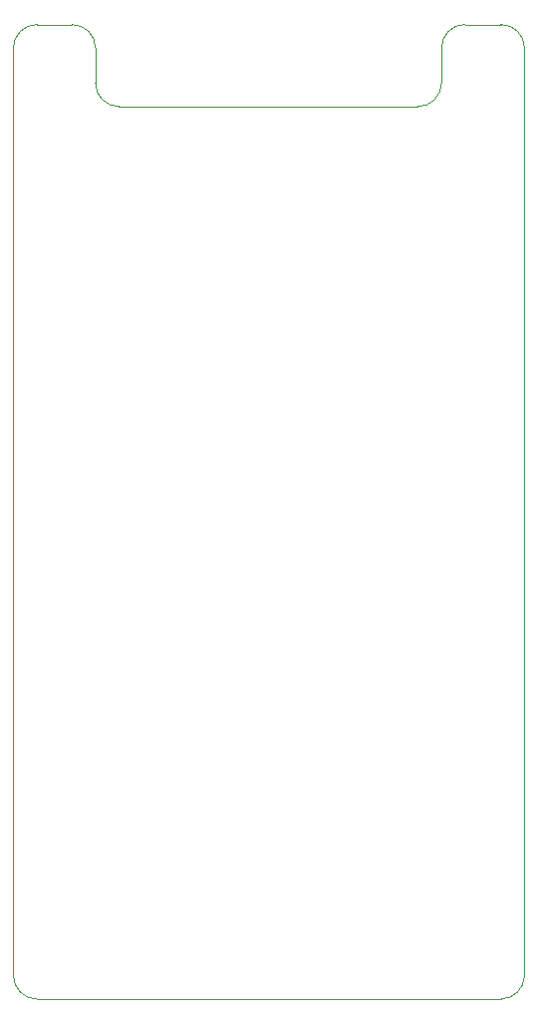
<source format=gbr>
%TF.GenerationSoftware,KiCad,Pcbnew,(6.0.0-0)*%
%TF.CreationDate,2022-03-11T16:11:59+01:00*%
%TF.ProjectId,GlowHubPCB,476c6f77-4875-4625-9043-422e6b696361,rev?*%
%TF.SameCoordinates,Original*%
%TF.FileFunction,Profile,NP*%
%FSLAX46Y46*%
G04 Gerber Fmt 4.6, Leading zero omitted, Abs format (unit mm)*
G04 Created by KiCad (PCBNEW (6.0.0-0)) date 2022-03-11 16:11:59*
%MOMM*%
%LPD*%
G01*
G04 APERTURE LIST*
%TA.AperFunction,Profile*%
%ADD10C,0.100000*%
%TD*%
G04 APERTURE END LIST*
D10*
X61999600Y-57432837D02*
X87399600Y-57432837D01*
X87399600Y-57432837D02*
G75*
G03*
X89399600Y-55432837I1J1999999D01*
G01*
X89399600Y-55432837D02*
X89399600Y-52458814D01*
X59999600Y-55432837D02*
G75*
G03*
X61999600Y-57432837I1999999J-1D01*
G01*
X59999600Y-52458814D02*
X59999600Y-55432837D01*
X59999600Y-52458814D02*
G75*
G03*
X57999600Y-50458814I-1999999J1D01*
G01*
X55025214Y-50458814D02*
X57999600Y-50458814D01*
X55025214Y-50458814D02*
G75*
G03*
X53025214Y-52458814I0J-2000000D01*
G01*
X53025214Y-131212014D02*
X53025214Y-52458814D01*
X53025214Y-131212014D02*
G75*
G03*
X55025214Y-133212014I2000000J0D01*
G01*
X94459214Y-133212014D02*
X55025214Y-133212014D01*
X94459214Y-133212014D02*
G75*
G03*
X96459214Y-131212014I1J1999999D01*
G01*
X96459214Y-52458814D02*
X96459214Y-131212014D01*
X96459214Y-52458814D02*
G75*
G03*
X94459214Y-50458814I-1999999J1D01*
G01*
X94459214Y-50458814D02*
X91399600Y-50458814D01*
X91399600Y-50458814D02*
G75*
G03*
X89399600Y-52458814I-1J-1999999D01*
G01*
M02*

</source>
